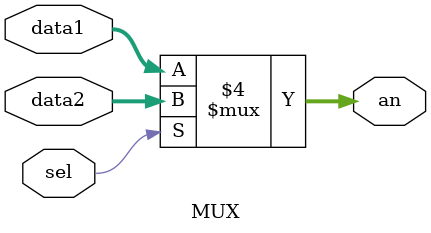
<source format=v>
`timescale 1ns / 1ps

//Ä£¿éËµÃ÷£º
//ÊäÈë selÎª0Êä³ödata1£¬Îª1Êä³ödata2

module MUX(data1,data2,sel, an );
    input [31:0]  data1;
    input [31:0]  data2;
    input sel;
    output reg [31:0] an;
  
   always @(sel, data1, data2)
       begin
           if(sel==0)
                  an=data1;
           else
                  an=data2;
        end
endmodule

</source>
